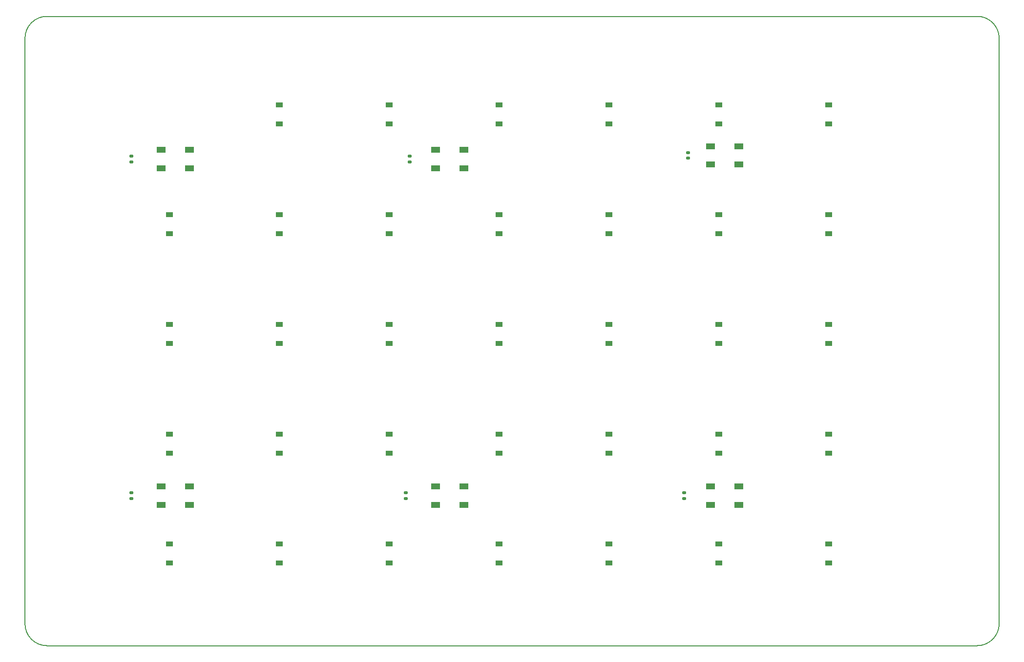
<source format=gbr>
%TF.GenerationSoftware,KiCad,Pcbnew,(6.0.1)*%
%TF.CreationDate,2022-04-03T20:03:39+01:00*%
%TF.ProjectId,Keyboard Left Hand Side,4b657962-6f61-4726-9420-4c6566742048,rev?*%
%TF.SameCoordinates,Original*%
%TF.FileFunction,Paste,Bot*%
%TF.FilePolarity,Positive*%
%FSLAX46Y46*%
G04 Gerber Fmt 4.6, Leading zero omitted, Abs format (unit mm)*
G04 Created by KiCad (PCBNEW (6.0.1)) date 2022-04-03 20:03:39*
%MOMM*%
%LPD*%
G01*
G04 APERTURE LIST*
G04 Aperture macros list*
%AMRoundRect*
0 Rectangle with rounded corners*
0 $1 Rounding radius*
0 $2 $3 $4 $5 $6 $7 $8 $9 X,Y pos of 4 corners*
0 Add a 4 corners polygon primitive as box body*
4,1,4,$2,$3,$4,$5,$6,$7,$8,$9,$2,$3,0*
0 Add four circle primitives for the rounded corners*
1,1,$1+$1,$2,$3*
1,1,$1+$1,$4,$5*
1,1,$1+$1,$6,$7*
1,1,$1+$1,$8,$9*
0 Add four rect primitives between the rounded corners*
20,1,$1+$1,$2,$3,$4,$5,0*
20,1,$1+$1,$4,$5,$6,$7,0*
20,1,$1+$1,$6,$7,$8,$9,0*
20,1,$1+$1,$8,$9,$2,$3,0*%
G04 Aperture macros list end*
%TA.AperFunction,Profile*%
%ADD10C,0.200000*%
%TD*%
%ADD11RoundRect,0.140000X-0.170000X0.140000X-0.170000X-0.140000X0.170000X-0.140000X0.170000X0.140000X0*%
%ADD12R,1.200000X0.900000*%
%ADD13R,1.500000X1.000000*%
G04 APERTURE END LIST*
D10*
X34925003Y-140335000D02*
G75*
G03*
X38735000Y-144145000I3809997J-3D01*
G01*
X200025000Y-144144997D02*
G75*
G03*
X203835000Y-140335000I3J3809997D01*
G01*
X203834997Y-38735000D02*
G75*
G03*
X200025000Y-34925000I-3809997J3D01*
G01*
X38735000Y-34925003D02*
G75*
G03*
X34925000Y-38735000I-3J-3809997D01*
G01*
X34925000Y-140335000D02*
X34925000Y-38735000D01*
X200025000Y-144145000D02*
X38735000Y-144145000D01*
X203835000Y-38735000D02*
X203835000Y-140335000D01*
X38735000Y-34925000D02*
X200025000Y-34925000D01*
D11*
X149860000Y-58575000D03*
X149860000Y-59535000D03*
X53340000Y-59210000D03*
X53340000Y-60170000D03*
X101600000Y-59210000D03*
X101600000Y-60170000D03*
D12*
X174260000Y-129800000D03*
X174260000Y-126500000D03*
X59960000Y-91685000D03*
X59960000Y-88385000D03*
D13*
X106135000Y-61290000D03*
X106135000Y-58090000D03*
X111035000Y-58090000D03*
X111035000Y-61290000D03*
D12*
X155210000Y-53585000D03*
X155210000Y-50285000D03*
X174250000Y-91670000D03*
X174250000Y-88370000D03*
X98060000Y-110735000D03*
X98060000Y-107435000D03*
X117110000Y-53585000D03*
X117110000Y-50285000D03*
X155210000Y-110735000D03*
X155210000Y-107435000D03*
X59960000Y-72640000D03*
X59960000Y-69340000D03*
X117110000Y-91685000D03*
X117110000Y-88385000D03*
X98080000Y-72640000D03*
X98080000Y-69340000D03*
D13*
X153760000Y-60655000D03*
X153760000Y-57455000D03*
X158660000Y-57455000D03*
X158660000Y-60655000D03*
D12*
X59960000Y-129785000D03*
X59960000Y-126485000D03*
X117110000Y-72635000D03*
X117110000Y-69335000D03*
D13*
X111035000Y-116510000D03*
X111035000Y-119710000D03*
X106135000Y-119710000D03*
X106135000Y-116510000D03*
D12*
X155220000Y-129790000D03*
X155220000Y-126490000D03*
X136160000Y-72635000D03*
X136160000Y-69335000D03*
X79010000Y-91685000D03*
X79010000Y-88385000D03*
X136160000Y-129790000D03*
X136160000Y-126490000D03*
X136160000Y-91685000D03*
X136160000Y-88385000D03*
X59960000Y-110735000D03*
X59960000Y-107435000D03*
X98050000Y-53590000D03*
X98050000Y-50290000D03*
X79010000Y-129785000D03*
X79010000Y-126485000D03*
X79010000Y-53585000D03*
X79010000Y-50285000D03*
D11*
X149225000Y-117630000D03*
X149225000Y-118590000D03*
D13*
X63410000Y-116510000D03*
X63410000Y-119710000D03*
X58510000Y-119710000D03*
X58510000Y-116510000D03*
D12*
X79010000Y-72635000D03*
X79010000Y-69335000D03*
X136160000Y-110735000D03*
X136160000Y-107435000D03*
X98060000Y-91670000D03*
X98060000Y-88370000D03*
X155210000Y-91690000D03*
X155210000Y-88390000D03*
X174250000Y-110740000D03*
X174250000Y-107440000D03*
X136160000Y-53585000D03*
X136160000Y-50285000D03*
D13*
X158660000Y-116510000D03*
X158660000Y-119710000D03*
X153760000Y-119710000D03*
X153760000Y-116510000D03*
D12*
X174270000Y-72640000D03*
X174270000Y-69340000D03*
D11*
X100965000Y-117630000D03*
X100965000Y-118590000D03*
D13*
X58510000Y-61290000D03*
X58510000Y-58090000D03*
X63410000Y-58090000D03*
X63410000Y-61290000D03*
D12*
X117110000Y-110735000D03*
X117110000Y-107435000D03*
X174260000Y-53585000D03*
X174260000Y-50285000D03*
X155210000Y-72635000D03*
X155210000Y-69335000D03*
D11*
X53340000Y-117630000D03*
X53340000Y-118590000D03*
D12*
X79010000Y-110735000D03*
X79010000Y-107435000D03*
X98060000Y-129785000D03*
X98060000Y-126485000D03*
X117110000Y-129785000D03*
X117110000Y-126485000D03*
M02*

</source>
